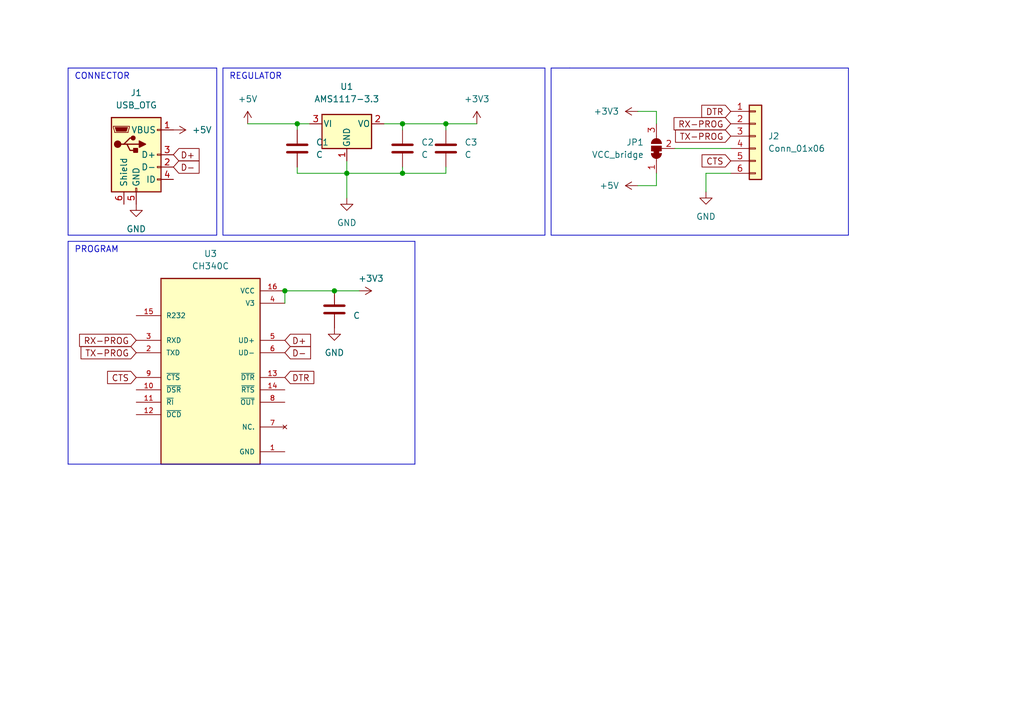
<source format=kicad_sch>
(kicad_sch (version 20231120) (generator "eeschema") (generator_version "8.0")
  (paper "A5")
  (lib_symbols
    (symbol "CH340:CH340C" (pin_names (offset 1.016))
      (property "Reference" "U" (at -10.16 20.955 0))
      (property "Value" "CH340C" (at -10.16 -20.32 0))
      (symbol "CH340C_0_0"
        (rectangle (start -10.16 -17.78) (end 10.16 20.32) (stroke (width 0.254)) (fill (type background)))
        (pin power_in line (at 15.24 -15.24 180) (length 5.08) (name "GND") (number "1"))
        (pin input line (at -15.24 -2.54 0) (length 5.08) (name "~{DSR}") (number "10"))
        (pin input line (at -15.24 -5.08 0) (length 5.08) (name "~{RI}") (number "11"))
        (pin input line (at -15.24 -7.62 0) (length 5.08) (name "~{DCD}") (number "12"))
        (pin output line (at 15.24 0 180) (length 5.08) (name "~{DTR}") (number "13"))
        (pin output line (at 15.24 -2.54 180) (length 5.08) (name "~{RTS}") (number "14"))
        (pin input line (at -15.24 12.7 0) (length 5.08) (name "R232") (number "15"))
        (pin power_in line (at 15.24 17.78 180) (length 5.08) (name "VCC") (number "16"))
        (pin output line (at -15.24 5.08 0) (length 5.08) (name "TXD") (number "2"))
        (pin input line (at -15.24 7.62 0) (length 5.08) (name "RXD") (number "3"))
        (pin power_in line (at 15.24 15.24 180) (length 5.08) (name "V3") (number "4"))
        (pin bidirectional line (at 15.24 7.62 180) (length 5.08) (name "UD+") (number "5"))
        (pin bidirectional line (at 15.24 5.08 180) (length 5.08) (name "UD-") (number "6"))
        (pin no_connect line (at 15.24 -10.16 180) (length 5.08) (name "NC.") (number "7"))
        (pin output line (at 15.24 -5.08 180) (length 5.08) (name "~{OUT}") (number "8"))
        (pin input line (at -15.24 0 0) (length 5.08) (name "~{CTS}") (number "9"))
      )
    )
    (symbol "Connector:USB_OTG" (pin_names (offset 1.016))
      (property "Reference" "J" (at -5.08 11.43 0))
      (property "Value" "USB_OTG" (at -5.08 8.89 0))
      (symbol "USB_OTG_0_1"
        (rectangle (start -5.08 -7.62) (end 5.08 7.62) (stroke (width 0.254)) (fill (type background)))
        (circle (center -3.81 2.159) (radius 0.635) (stroke (width 0.254)) (fill (type outline)))
        (circle (center -0.635 3.429) (radius 0.381) (stroke (width 0.254)) (fill (type outline)))
        (rectangle (start -0.127 -7.62) (end 0.127 -6.858))
        (polyline (pts (xy -1.905 2.159) (xy 0.635 2.159)) (stroke (width 0.254)))
        (polyline (pts (xy -3.175 2.159) (xy -2.54 2.159) (xy -1.27 3.429) (xy -0.635 3.429)) (stroke (width 0.254)))
        (polyline (pts (xy -2.54 2.159) (xy -1.905 2.159) (xy -1.27 0.889) (xy 0 0.889)) (stroke (width 0.254)))
        (polyline (pts (xy 0.635 2.794) (xy 0.635 1.524) (xy 1.905 2.159) (xy 0.635 2.794)) (stroke (width 0.254)) (fill (type outline)))
        (polyline (pts (xy -4.318 5.588) (xy -1.778 5.588) (xy -2.032 4.826) (xy -4.064 4.826) (xy -4.318 5.588)) (fill (type outline)))
        (polyline (pts (xy -4.699 5.842) (xy -4.699 5.588) (xy -4.445 4.826) (xy -4.445 4.572) (xy -1.651 4.572) (xy -1.651 4.826) (xy -1.397 5.588) (xy -1.397 5.842) (xy -4.699 5.842)))
        (rectangle (start 0.254 1.27) (end -0.508 0.508) (stroke (width 0.254)) (fill (type outline)))
        (rectangle (start 5.08 -5.207) (end 4.318 -4.953))
        (rectangle (start 5.08 -2.667) (end 4.318 -2.413))
        (rectangle (start 5.08 -0.127) (end 4.318 0.127))
        (rectangle (start 5.08 4.953) (end 4.318 5.207))
      )
      (symbol "USB_OTG_1_1"
        (pin passive line (at 7.62 5.08 180) (length 2.54) (name "VBUS") (number "1"))
        (pin bidirectional line (at 7.62 -2.54 180) (length 2.54) (name "D-") (number "2"))
        (pin bidirectional line (at 7.62 0 180) (length 2.54) (name "D+") (number "3"))
        (pin passive line (at 7.62 -5.08 180) (length 2.54) (name "ID") (number "4"))
        (pin passive line (at 0 -10.16 90) (length 2.54) (name "GND") (number "5"))
        (pin passive line (at -2.54 -10.16 90) (length 2.54) (name "Shield") (number "6"))
      )
    )
    (symbol "Connector_Generic:Conn_01x06" (pin_names (offset 1.016) hide)
      (property "Reference" "J" (at 0 7.62 0))
      (property "Value" "Conn_01x06" (at 0 -10.16 0))
      (symbol "Conn_01x06_1_1"
        (rectangle (start -1.27 -7.493) (end 0 -7.747) (stroke (width 0.1524)))
        (rectangle (start -1.27 -4.953) (end 0 -5.207) (stroke (width 0.1524)))
        (rectangle (start -1.27 -2.413) (end 0 -2.667) (stroke (width 0.1524)))
        (rectangle (start -1.27 0.127) (end 0 -0.127) (stroke (width 0.1524)))
        (rectangle (start -1.27 2.667) (end 0 2.413) (stroke (width 0.1524)))
        (rectangle (start -1.27 5.207) (end 0 4.953) (stroke (width 0.1524)))
        (rectangle (start -1.27 6.35) (end 1.27 -8.89) (stroke (width 0.254)) (fill (type background)))
        (pin passive line (at -5.08 5.08 0) (length 3.81) (name "Pin_1") (number "1"))
        (pin passive line (at -5.08 2.54 0) (length 3.81) (name "Pin_2") (number "2"))
        (pin passive line (at -5.08 0 0) (length 3.81) (name "Pin_3") (number "3"))
        (pin passive line (at -5.08 -2.54 0) (length 3.81) (name "Pin_4") (number "4"))
        (pin passive line (at -5.08 -5.08 0) (length 3.81) (name "Pin_5") (number "5"))
        (pin passive line (at -5.08 -7.62 0) (length 3.81) (name "Pin_6") (number "6"))
      )
    )
    (symbol "Device:C" (pin_numbers hide) (pin_names (offset 0.254))
      (property "Reference" "C" (at 0.635 2.54 0))
      (property "Value" "C" (at 0.635 -2.54 0))
      (symbol "C_0_1"
        (polyline (pts (xy -2.032 -0.762) (xy 2.032 -0.762)) (stroke (width 0.508)))
        (polyline (pts (xy -2.032 0.762) (xy 2.032 0.762)) (stroke (width 0.508)))
      )
      (symbol "C_1_1"
        (pin passive line (at 0 3.81 270) (length 2.794) (name "~") (number "1"))
        (pin passive line (at 0 -3.81 90) (length 2.794) (name "~") (number "2"))
      )
    )
    (symbol "Jumper:SolderJumper_3_Bridged12" (pin_names (offset 0) hide) (exclude_from_sim yes) (in_bom no)
      (property "Reference" "JP" (at -2.54 -2.54 0))
      (property "Value" "SolderJumper_3_Bridged12" (at 0 2.794 0))
      (symbol "SolderJumper_3_Bridged12_0_1"
        (rectangle (start -1.016 0.508) (end -0.508 -0.508) (fill (type outline)))
        (arc (start -1.016 1.016) (mid -2.0276 0) (end -1.016 -1.016))
        (arc (start -1.016 1.016) (mid -2.0276 0) (end -1.016 -1.016) (fill (type outline)))
        (rectangle (start -0.508 1.016) (end 0.508 -1.016) (fill (type outline)))
        (polyline (pts (xy -2.54 0) (xy -2.032 0)))
        (polyline (pts (xy -1.016 1.016) (xy -1.016 -1.016)))
        (polyline (pts (xy 0 -1.27) (xy 0 -1.016)))
        (polyline (pts (xy 1.016 1.016) (xy 1.016 -1.016)))
        (polyline (pts (xy 2.54 0) (xy 2.032 0)))
        (arc (start 1.016 -1.016) (mid 2.0276 0) (end 1.016 1.016))
        (arc (start 1.016 -1.016) (mid 2.0276 0) (end 1.016 1.016) (fill (type outline)))
      )
      (symbol "SolderJumper_3_Bridged12_1_1"
        (pin passive line (at -5.08 0 0) (length 2.54) (name "A") (number "1"))
        (pin passive line (at 0 -3.81 90) (length 2.54) (name "C") (number "2"))
        (pin passive line (at 5.08 0 180) (length 2.54) (name "B") (number "3"))
      )
    )
    (symbol "Regulator_Linear:AMS1117-3.3" (pin_names (offset 0.254))
      (property "Reference" "U" (at -3.81 3.175 0))
      (property "Value" "AMS1117-3.3" (at 0 3.175 0))
      (symbol "AMS1117-3.3_0_1"
        (rectangle (start -5.08 -5.08) (end 5.08 1.905) (stroke (width 0.254)) (fill (type background)))
      )
      (symbol "AMS1117-3.3_1_1"
        (pin power_in line (at 0 -7.62 90) (length 2.54) (name "GND") (number "1"))
        (pin power_out line (at 7.62 0 180) (length 2.54) (name "VO") (number "2"))
        (pin power_in line (at -7.62 0 0) (length 2.54) (name "VI") (number "3"))
      )
    )
    (symbol "power:+3V3" (power) (pin_names (offset 0))
      (property "Value" "+3V3" (at 0 3.556 0))
      (symbol "+3V3_0_1"
        (polyline (pts (xy -0.762 1.27) (xy 0 2.54)))
        (polyline (pts (xy 0 0) (xy 0 2.54)))
        (polyline (pts (xy 0 2.54) (xy 0.762 1.27)))
      )
      (symbol "+3V3_1_1"
        (pin power_in line (at 0 0 90) (length 0) hide (name "+3V3") (number "1"))
      )
    )
    (symbol "power:+5V" (power) (pin_names (offset 0))
      (property "Value" "+5V" (at 0 3.556 0))
      (symbol "+5V_0_1"
        (polyline (pts (xy -0.762 1.27) (xy 0 2.54)))
        (polyline (pts (xy 0 0) (xy 0 2.54)))
        (polyline (pts (xy 0 2.54) (xy 0.762 1.27)))
      )
      (symbol "+5V_1_1"
        (pin power_in line (at 0 0 90) (length 0) hide (name "+5V") (number "1"))
      )
    )
    (symbol "power:GND" (power) (pin_names (offset 0))
      (property "Value" "GND" (at 0 -3.81 0))
      (symbol "GND_0_1"
        (polyline (pts (xy 0 0) (xy 0 -1.27) (xy 1.27 -1.27) (xy 0 -2.54) (xy -1.27 -1.27) (xy 0 -1.27)))
      )
      (symbol "GND_1_1"
        (pin power_in line (at 0 0 270) (length 0) hide (name "GND") (number "1"))
      )
    )
  )
  (junction (at 82.55 35.56))
  (junction (at 82.55 25.4))
  (junction (at 58.42 59.69))
  (junction (at 71.12 35.56))
  (junction (at 68.58 59.69))
  (junction (at 91.44 25.4))
  (junction (at 60.96 25.4))
  (wire (pts (xy 91.44 26.67) (xy 91.44 25.4)))
  (wire (pts (xy 130.81 22.86) (xy 134.62 22.86)))
  (wire (pts (xy 130.81 38.1) (xy 134.62 38.1)))
  (polyline (pts (xy 44.45 13.97) (xy 13.97 13.97)))
  (polyline (pts (xy 13.97 48.26) (xy 44.45 48.26)))
  (polyline (pts (xy 13.97 49.53) (xy 13.97 95.25)))
  (polyline (pts (xy 113.03 48.26) (xy 173.99 48.26)))
  (wire (pts (xy 91.44 25.4) (xy 97.79 25.4)))
  (wire (pts (xy 71.12 35.56) (xy 71.12 40.64)))
  (wire (pts (xy 144.78 35.56) (xy 144.78 39.37)))
  (polyline (pts (xy 113.03 13.97) (xy 116.84 13.97)))
  (wire (pts (xy 134.62 22.86) (xy 134.62 25.4)))
  (polyline (pts (xy 45.72 48.26) (xy 45.72 13.97)))
  (polyline (pts (xy 116.84 13.97) (xy 173.99 13.97)))
  (polyline (pts (xy 44.45 48.26) (xy 44.45 13.97)))
  (wire (pts (xy 82.55 34.29) (xy 82.55 35.56)))
  (polyline (pts (xy 113.03 13.97) (xy 113.03 48.26)))
  (wire (pts (xy 78.74 25.4) (xy 82.55 25.4)))
  (wire (pts (xy 82.55 26.67) (xy 82.55 25.4)))
  (wire (pts (xy 60.96 25.4) (xy 60.96 26.67)))
  (polyline (pts (xy 85.09 95.25) (xy 85.09 49.53)))
  (wire (pts (xy 134.62 35.56) (xy 134.62 38.1)))
  (polyline (pts (xy 173.99 13.97) (xy 173.99 48.26)))
  (wire (pts (xy 58.42 59.69) (xy 58.42 62.23)))
  (wire (pts (xy 138.43 30.48) (xy 149.86 30.48)))
  (polyline (pts (xy 13.97 13.97) (xy 13.97 48.26)))
  (wire (pts (xy 73.66 59.69) (xy 68.58 59.69)))
  (wire (pts (xy 60.96 35.56) (xy 71.12 35.56)))
  (polyline (pts (xy 13.97 95.25) (xy 85.09 95.25)))
  (polyline (pts (xy 111.76 48.26) (xy 45.72 48.26)))
  (wire (pts (xy 82.55 35.56) (xy 71.12 35.56)))
  (wire (pts (xy 60.96 25.4) (xy 63.5 25.4)))
  (wire (pts (xy 60.96 34.29) (xy 60.96 35.56)))
  (polyline (pts (xy 45.72 13.97) (xy 111.76 13.97)))
  (wire (pts (xy 50.8 25.4) (xy 60.96 25.4)))
  (polyline (pts (xy 111.76 13.97) (xy 111.76 48.26)))
  (wire (pts (xy 91.44 34.29) (xy 91.44 35.56)))
  (wire (pts (xy 149.86 35.56) (xy 144.78 35.56)))
  (polyline (pts (xy 85.09 49.53) (xy 13.97 49.53)))
  (wire (pts (xy 91.44 35.56) (xy 82.55 35.56)))
  (wire (pts (xy 71.12 33.02) (xy 71.12 35.56)))
  (wire (pts (xy 58.42 59.69) (xy 68.58 59.69)))
  (wire (pts (xy 82.55 25.4) (xy 91.44 25.4)))
  (text "CONNECTOR" (at 15.24 16.51 0) (effects (font (size 1.27 1.27)) (justify left bottom)))
  (text "REGULATOR" (at 46.99 16.51 0) (effects (font (size 1.27 1.27)) (justify left bottom)))
  (text "PROGRAM" (at 15.24 52.07 0) (effects (font (size 1.27 1.27)) (justify left bottom)))
  (global_label "D-" (shape input) (at 58.42 72.39 0) (property "Intersheetrefs" "${INTERSHEET_REFS}" (effects (hide yes))))
  (global_label "RX-PROG" (shape input) (at 149.86 25.4 180) (property "Intersheetrefs" "${INTERSHEET_REFS}" (effects (hide yes))))
  (global_label "TX-PROG" (shape input) (at 149.86 27.94 180) (property "Intersheetrefs" "${INTERSHEET_REFS}" (effects (hide yes))))
  (global_label "D+" (shape input) (at 58.42 69.85 0) (property "Intersheetrefs" "${INTERSHEET_REFS}" (effects (hide yes))))
  (global_label "CTS" (shape input) (at 27.94 77.47 180) (property "Intersheetrefs" "${INTERSHEET_REFS}" (effects (hide yes))))
  (global_label "TX-PROG" (shape input) (at 27.94 72.39 180) (property "Intersheetrefs" "${INTERSHEET_REFS}" (effects (hide yes))))
  (global_label "DTR" (shape input) (at 149.86 22.86 180) (property "Intersheetrefs" "${INTERSHEET_REFS}" (effects (hide yes))))
  (global_label "CTS" (shape input) (at 149.86 33.02 180) (property "Intersheetrefs" "${INTERSHEET_REFS}" (effects (hide yes))))
  (global_label "DTR" (shape input) (at 58.42 77.47 0) (property "Intersheetrefs" "${INTERSHEET_REFS}" (effects (hide yes))))
  (global_label "D+" (shape input) (at 35.56 31.75 0) (property "Intersheetrefs" "${INTERSHEET_REFS}" (effects (hide yes))))
  (global_label "D-" (shape input) (at 35.56 34.29 0) (property "Intersheetrefs" "${INTERSHEET_REFS}" (effects (hide yes))))
  (global_label "RX-PROG" (shape input) (at 27.94 69.85 180) (property "Intersheetrefs" "${INTERSHEET_REFS}" (effects (hide yes))))
  (symbol (lib_id "power:GND") (at 68.58 67.31 0) (unit 1)
    (property "Reference" "#PWR07" (effects (hide yes)))
    (property "Value" "GND" (at 68.58 72.39 0))
  )
  (symbol (lib_id "power:GND") (at 27.94 41.91 0) (unit 1)
    (property "Reference" "#PWR01" (effects (hide yes)))
    (property "Value" "GND" (at 27.94 46.99 0))
  )
  (symbol (lib_id "Regulator_Linear:AMS1117-3.3") (at 71.12 25.4 0) (unit 1)
    (property "Reference" "U1" (at 71.12 17.78 0))
    (property "Value" "AMS1117-3.3" (at 71.12 20.32 0))
    (property "Footprint" "Package_TO_SOT_SMD:SOT-223-3_TabPin2" (effects (hide yes)))
    (property "Datasheet" "http://www.advanced-monolithic.com/pdf/ds1117.pdf" (effects (hide yes)))
  )
  (symbol (lib_id "power:+3V3") (at 73.66 59.69 270) (unit 1)
    (property "Reference" "#PWR06" (effects (hide yes)))
    (property "Value" "+3V3" (at 78.74 57.15 90) (effects (justify right)))
  )
  (symbol (lib_id "CH340:CH340C") (at 43.18 77.47 0) (unit 1)
    (property "Reference" "U3" (at 43.18 52.07 0))
    (property "Value" "CH340C" (at 43.18 54.61 0))
    (property "Footprint" "CH340C:SOIC127P600X180-16N" (effects (hide yes)))
    (property "MF" "WCH" (effects (hide yes)))
    (property "MAXIMUM_PACKAGE_HEIGHT" "1.8 mm" (effects (hide yes)))
    (property "Package" "None" (effects (hide yes)))
    (property "Price" "None" (effects (hide yes)))
    (property "Check_prices" "https://www.snapeda.com/parts/CH340C/WCH/view-part/?ref=eda" (effects (hide yes)))
    (property "STANDARD" "IPC 7351B" (effects (hide yes)))
    (property "PARTREV" "2G" (effects (hide yes)))
    (property "SnapEDA_Link" "https://www.snapeda.com/parts/CH340C/WCH/view-part/?ref=snap" (effects (hide yes)))
    (property "MP" "CH340C" (effects (hide yes)))
    (property "Description_1" "\n                        \n                            USB to serial chip CH340\n                        \n" (effects (hide yes)))
    (property "Availability" "Not in stock" (effects (hide yes)))
    (property "MANUFACTURER" "WCH" (effects (hide yes)))
  )
  (symbol (lib_id "Device:C") (at 68.58 63.5 0) (unit 1)
    (property "Reference" "C4" (effects (hide yes)))
    (property "Value" "C" (at 72.39 64.7699 0) (effects (justify left)))
    (property "Footprint" "Capacitor_SMD:C_0603_1608Metric" (effects (hide yes)))
  )
  (symbol (lib_id "power:+3V3") (at 97.79 25.4 0) (unit 1)
    (property "Reference" "#PWR05" (effects (hide yes)))
    (property "Value" "+3V3" (at 97.79 20.32 0))
  )
  (symbol (lib_id "Device:C") (at 82.55 30.48 0) (unit 1)
    (property "Reference" "C2" (at 86.36 29.2099 0) (effects (justify left)))
    (property "Value" "C" (at 86.36 31.7499 0) (effects (justify left)))
    (property "Footprint" "Capacitor_SMD:C_0603_1608Metric" (effects (hide yes)))
  )
  (symbol (lib_id "power:+5V") (at 35.56 26.67 270) (unit 1)
    (property "Reference" "#PWR02" (effects (hide yes)))
    (property "Value" "+5V" (at 39.37 26.6699 90) (effects (justify left)))
  )
  (symbol (lib_id "power:GND") (at 144.78 39.37 0) (unit 1)
    (property "Reference" "#PWR010" (effects (hide yes)))
    (property "Value" "GND" (at 144.78 44.45 0))
  )
  (symbol (lib_id "Device:C") (at 91.44 30.48 0) (unit 1)
    (property "Reference" "C3" (at 95.25 29.2099 0) (effects (justify left)))
    (property "Value" "C" (at 95.25 31.7499 0) (effects (justify left)))
    (property "Footprint" "Capacitor_SMD:C_0603_1608Metric" (effects (hide yes)))
  )
  (symbol (lib_id "power:+5V") (at 50.8 25.4 0) (unit 1)
    (property "Reference" "#PWR03" (effects (hide yes)))
    (property "Value" "+5V" (at 50.8 20.32 0))
  )
  (symbol (lib_id "Jumper:SolderJumper_3_Bridged12") (at 134.62 30.48 90) (unit 1) (exclude_from_sim yes) (in_bom no)
    (property "Reference" "JP1" (at 132.08 29.2099 90) (effects (justify left)))
    (property "Value" "VCC_bridge" (at 132.08 31.7499 90) (effects (justify left)))
    (property "Footprint" "Jumper:SolderJumper-3_P1.3mm_Bridged12_Pad1.0x1.5mm" (effects (hide yes)))
    (property "Description" "3-pole Solder Jumper, pins 1+2 closed/bridged" (effects (hide yes)))
  )
  (symbol (lib_id "Connector:USB_OTG") (at 27.94 31.75 0) (unit 1)
    (property "Reference" "J1" (at 27.94 19.05 0))
    (property "Value" "USB_OTG" (at 27.94 21.59 0))
    (property "Footprint" "Connector_USB:USB_Micro-B_Amphenol_10118194_Horizontal" (effects (hide yes)))
    (property "Datasheet" " ~" (effects (hide yes)))
  )
  (symbol (lib_id "power:GND") (at 71.12 40.64 0) (unit 1)
    (property "Reference" "#PWR04" (effects (hide yes)))
    (property "Value" "GND" (at 71.12 45.72 0))
  )
  (symbol (lib_id "Connector_Generic:Conn_01x06") (at 154.94 27.94 0) (unit 1)
    (property "Reference" "J2" (at 157.48 27.94 0) (effects (justify left)))
    (property "Value" "Conn_01x06" (at 157.48 30.48 0) (effects (justify left)))
    (property "Footprint" "Connector_PinHeader_2.54mm:PinHeader_1x06_P2.54mm_Vertical" (effects (hide yes)))
  )
  (symbol (lib_id "Device:C") (at 60.96 30.48 0) (unit 1)
    (property "Reference" "C1" (at 64.77 29.2099 0) (effects (justify left)))
    (property "Value" "C" (at 64.77 31.7499 0) (effects (justify left)))
    (property "Footprint" "Capacitor_SMD:C_0603_1608Metric" (effects (hide yes)))
  )
  (symbol (lib_id "power:+3V3") (at 130.81 22.86 90) (unit 1)
    (property "Reference" "#PWR09" (effects (hide yes)))
    (property "Value" "+3V3" (at 127 22.8599 90) (effects (justify left)))
  )
  (symbol (lib_id "power:+5V") (at 130.81 38.1 90) (unit 1)
    (property "Reference" "#PWR011" (effects (hide yes)))
    (property "Value" "+5V" (at 127 38.0999 90) (effects (justify left)))
  )
)
</source>
